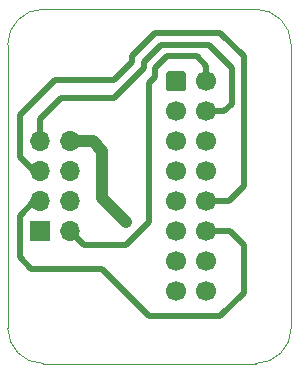
<source format=gbr>
G04 #@! TF.GenerationSoftware,KiCad,Pcbnew,6.0.10+dfsg-1~bpo11+1*
G04 #@! TF.ProjectId,project,70726f6a-6563-4742-9e6b-696361645f70,rev?*
G04 #@! TF.SameCoordinates,Original*
G04 #@! TF.FileFunction,Copper,L1,Top*
G04 #@! TF.FilePolarity,Positive*
%FSLAX46Y46*%
G04 Gerber Fmt 4.6, Leading zero omitted, Abs format (unit mm)*
%MOMM*%
%LPD*%
G01*
G04 APERTURE LIST*
G04 #@! TA.AperFunction,Profile*
%ADD10C,0.100000*%
G04 #@! TD*
G04 #@! TA.AperFunction,ComponentPad*
%ADD11R,1.700000X1.700000*%
G04 #@! TD*
G04 #@! TA.AperFunction,ComponentPad*
%ADD12O,1.700000X1.700000*%
G04 #@! TD*
G04 #@! TA.AperFunction,ComponentPad*
%ADD13C,1.700000*%
G04 #@! TD*
G04 #@! TA.AperFunction,ViaPad*
%ADD14C,0.700000*%
G04 #@! TD*
G04 #@! TA.AperFunction,Conductor*
%ADD15C,0.500000*%
G04 #@! TD*
G04 #@! TA.AperFunction,Conductor*
%ADD16C,1.000000*%
G04 #@! TD*
G04 APERTURE END LIST*
D10*
X163500000Y-130000000D02*
X181500000Y-130000000D01*
X184500000Y-127000000D02*
X184500000Y-103000000D01*
X160500000Y-103000000D02*
X160500000Y-127000000D01*
X163500000Y-100000000D02*
G75*
G03*
X160500000Y-103000000I0J-3000000D01*
G01*
X160500000Y-127000000D02*
G75*
G03*
X163500000Y-130000000I3000000J0D01*
G01*
X184500000Y-103000000D02*
G75*
G03*
X181500000Y-100000000I-3000000J0D01*
G01*
X181500000Y-100000000D02*
X163500000Y-100000000D01*
X181500000Y-130000000D02*
G75*
G03*
X184500000Y-127000000I0J3000000D01*
G01*
D11*
X163210000Y-118800000D03*
D12*
X163210000Y-116260000D03*
X163210000Y-113720000D03*
X163210000Y-111180000D03*
X165750000Y-111180000D03*
X165750000Y-113720000D03*
X165750000Y-116260000D03*
X165750000Y-118800000D03*
G04 #@! TA.AperFunction,ComponentPad*
G36*
G01*
X173897500Y-106710000D02*
X173897500Y-105510000D01*
G75*
G02*
X174147500Y-105260000I250000J0D01*
G01*
X175347500Y-105260000D01*
G75*
G02*
X175597500Y-105510000I0J-250000D01*
G01*
X175597500Y-106710000D01*
G75*
G02*
X175347500Y-106960000I-250000J0D01*
G01*
X174147500Y-106960000D01*
G75*
G02*
X173897500Y-106710000I0J250000D01*
G01*
G37*
G04 #@! TD.AperFunction*
D13*
X177287500Y-106110000D03*
X174747500Y-108650000D03*
X177287500Y-108650000D03*
X174747500Y-111190000D03*
X177287500Y-111190000D03*
X174747500Y-113730000D03*
X177287500Y-113730000D03*
X174747500Y-116270000D03*
X177287500Y-116270000D03*
X174747500Y-118810000D03*
X177287500Y-118810000D03*
X174747500Y-121350000D03*
X177287500Y-121350000D03*
X174747500Y-123890000D03*
X177287500Y-123890000D03*
D14*
X170500000Y-118000000D03*
D15*
X177287500Y-104787500D02*
X177287500Y-106110000D01*
X176500000Y-104000000D02*
X177287500Y-104787500D01*
X172500000Y-118000000D02*
X172500000Y-106244975D01*
X174000000Y-104000000D02*
X176500000Y-104000000D01*
X170500000Y-120000000D02*
X172500000Y-118000000D01*
X173000000Y-105000000D02*
X174000000Y-104000000D01*
X172500000Y-106244975D02*
X173000000Y-105744975D01*
X166950000Y-120000000D02*
X170500000Y-120000000D01*
X173000000Y-105744975D02*
X173000000Y-105000000D01*
X165750000Y-118800000D02*
X166950000Y-120000000D01*
X177500000Y-103000000D02*
X179500000Y-105000000D01*
X172000000Y-104500000D02*
X173500000Y-103000000D01*
X169500000Y-107500000D02*
X172000000Y-105000000D01*
X173500000Y-103000000D02*
X177500000Y-103000000D01*
X163210000Y-109290000D02*
X165000000Y-107500000D01*
X165000000Y-107500000D02*
X169500000Y-107500000D01*
X179500000Y-108000000D02*
X178850000Y-108650000D01*
X172000000Y-105000000D02*
X172000000Y-104500000D01*
X179500000Y-105000000D02*
X179500000Y-108000000D01*
X163210000Y-111180000D02*
X163210000Y-109290000D01*
X178850000Y-108650000D02*
X177287500Y-108650000D01*
X161500000Y-109000000D02*
X164500000Y-106000000D01*
X178500000Y-102000000D02*
X180500000Y-104000000D01*
X180500000Y-104000000D02*
X180500000Y-115000000D01*
X173000000Y-102000000D02*
X178500000Y-102000000D01*
X162715000Y-113720000D02*
X161500000Y-112505000D01*
X164500000Y-106000000D02*
X169500000Y-106000000D01*
X161500000Y-112505000D02*
X161500000Y-109000000D01*
X169500000Y-106000000D02*
X171000000Y-104500000D01*
X163210000Y-113720000D02*
X162715000Y-113720000D01*
X171000000Y-104500000D02*
X171000000Y-104000000D01*
X180500000Y-115000000D02*
X179230000Y-116270000D01*
X179230000Y-116270000D02*
X177287500Y-116270000D01*
X171000000Y-104000000D02*
X173000000Y-102000000D01*
X179310000Y-118810000D02*
X177287500Y-118810000D01*
X163210000Y-116260000D02*
X162725000Y-116260000D01*
X161500000Y-121000000D02*
X162500000Y-122000000D01*
X162500000Y-122000000D02*
X168500000Y-122000000D01*
X162725000Y-116260000D02*
X161500000Y-117485000D01*
X172500000Y-126000000D02*
X178500000Y-126000000D01*
X180500000Y-124000000D02*
X180500000Y-120000000D01*
X161500000Y-117485000D02*
X161500000Y-121000000D01*
X178500000Y-126000000D02*
X180500000Y-124000000D01*
X168500000Y-122000000D02*
X172500000Y-126000000D01*
X180500000Y-120000000D02*
X179310000Y-118810000D01*
D16*
X170500000Y-118000000D02*
X168500000Y-116000000D01*
X168500000Y-112000000D02*
X167680000Y-111180000D01*
X167680000Y-111180000D02*
X165750000Y-111180000D01*
X168500000Y-116000000D02*
X168500000Y-112000000D01*
M02*

</source>
